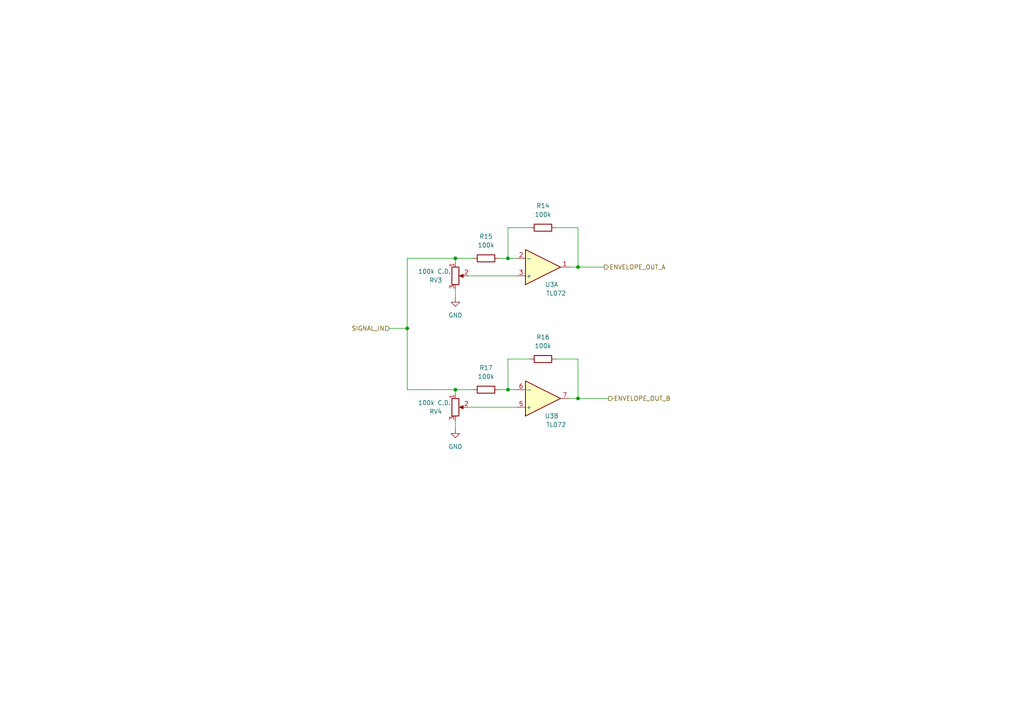
<source format=kicad_sch>
(kicad_sch (version 20211123) (generator eeschema)
  (paper "A4")
  (title_block (title "M.S.M. Stereo Lowpass Filter Pedal") (date "2022-05-22") (rev "0") (comment 2 "creativecommons.org/licenses/by/4.0") (comment 3 "License: CC by 4.0") (comment 4 "Author: Jordan Aceto"))
  (lib_symbols
    (symbol "Amplifier_Operational:TL072" (pin_names (offset 0.127))
      (property "Reference" "U" (at 0 5.08 0))
      (property "Value" "TL072" (at 0 -5.08 0))
      (symbol "TL072_1_1"
        (polyline (pts (xy -5.08 5.08) (xy 5.08 0) (xy -5.08 -5.08) (xy -5.08 5.08)) (stroke (width 0.254)) (fill (type background)))
        (pin output line (at 7.62 0 180) (length 2.54) (name "~") (number "1"))
        (pin input line (at -7.62 -2.54 0) (length 2.54) (name "-") (number "2"))
        (pin input line (at -7.62 2.54 0) (length 2.54) (name "+") (number "3"))
      )
      (symbol "TL072_2_1"
        (polyline (pts (xy -5.08 5.08) (xy 5.08 0) (xy -5.08 -5.08) (xy -5.08 5.08)) (stroke (width 0.254)) (fill (type background)))
        (pin input line (at -7.62 2.54 0) (length 2.54) (name "+") (number "5"))
        (pin input line (at -7.62 -2.54 0) (length 2.54) (name "-") (number "6"))
        (pin output line (at 7.62 0 180) (length 2.54) (name "~") (number "7"))
      )
      (symbol "TL072_3_1"
        (pin power_in line (at -2.54 -7.62 90) (length 3.81) (name "V-") (number "4"))
        (pin power_in line (at -2.54 7.62 270) (length 3.81) (name "V+") (number "8"))
      )
    )
    (symbol "Device:R" (pin_numbers hide) (pin_names (offset 0))
      (property "Reference" "R" (at 2.032 0 90))
      (property "Value" "R" (at 0 0 90))
      (symbol "R_0_1"
        (rectangle (start -1.016 -2.54) (end 1.016 2.54) (stroke (width 0.254)))
      )
      (symbol "R_1_1"
        (pin passive line (at 0 3.81 270) (length 1.27) (name "~") (number "1"))
        (pin passive line (at 0 -3.81 90) (length 1.27) (name "~") (number "2"))
      )
    )
    (symbol "Device:R_Potentiometer" (pin_names (offset 1.016) hide)
      (property "Reference" "RV" (at -4.445 0 90))
      (property "Value" "R_Potentiometer" (at -2.54 0 90))
      (symbol "R_Potentiometer_0_1"
        (polyline (pts (xy 2.54 0) (xy 1.524 0)))
        (polyline (pts (xy 1.143 0) (xy 2.286 0.508) (xy 2.286 -0.508) (xy 1.143 0)) (fill (type outline)))
        (rectangle (start 1.016 2.54) (end -1.016 -2.54) (stroke (width 0.254)))
      )
      (symbol "R_Potentiometer_1_1"
        (pin passive line (at 0 3.81 270) (length 1.27) (name "1") (number "1"))
        (pin passive line (at 3.81 0 180) (length 1.27) (name "2") (number "2"))
        (pin passive line (at 0 -3.81 90) (length 1.27) (name "3") (number "3"))
      )
    )
    (symbol "power:GND" (power) (pin_names (offset 0))
      (property "Value" "GND" (at 0 -3.81 0))
      (symbol "GND_0_1"
        (polyline (pts (xy 0 0) (xy 0 -1.27) (xy 1.27 -1.27) (xy 0 -2.54) (xy -1.27 -1.27) (xy 0 -1.27)))
      )
      (symbol "GND_1_1"
        (pin power_in line (at 0 0 270) (length 0) hide (name "GND") (number "1"))
      )
    )
  )
  (junction (at 147.32 113.03))
  (junction (at 118.11 95.25))
  (junction (at 147.32 74.93))
  (junction (at 132.08 74.93))
  (junction (at 167.64 77.47))
  (junction (at 132.08 113.03))
  (junction (at 167.64 115.57))
  (wire (pts (xy 147.32 113.03) (xy 149.86 113.03)))
  (wire (pts (xy 132.08 74.93) (xy 137.16 74.93)))
  (wire (pts (xy 147.32 104.14) (xy 153.67 104.14)))
  (wire (pts (xy 132.08 124.46) (xy 132.08 121.92)))
  (wire (pts (xy 147.32 113.03) (xy 147.32 104.14)))
  (wire (pts (xy 132.08 113.03) (xy 137.16 113.03)))
  (wire (pts (xy 144.78 113.03) (xy 147.32 113.03)))
  (wire (pts (xy 147.32 66.04) (xy 153.67 66.04)))
  (wire (pts (xy 118.11 74.93) (xy 118.11 95.25)))
  (wire (pts (xy 165.1 115.57) (xy 167.64 115.57)))
  (wire (pts (xy 167.64 77.47) (xy 167.64 66.04)))
  (wire (pts (xy 118.11 95.25) (xy 118.11 113.03)))
  (wire (pts (xy 167.64 77.47) (xy 175.26 77.47)))
  (wire (pts (xy 144.78 74.93) (xy 147.32 74.93)))
  (wire (pts (xy 135.89 118.11) (xy 149.86 118.11)))
  (wire (pts (xy 118.11 113.03) (xy 132.08 113.03)))
  (wire (pts (xy 132.08 86.36) (xy 132.08 83.82)))
  (wire (pts (xy 147.32 74.93) (xy 149.86 74.93)))
  (wire (pts (xy 113.03 95.25) (xy 118.11 95.25)))
  (wire (pts (xy 167.64 115.57) (xy 176.53 115.57)))
  (wire (pts (xy 165.1 77.47) (xy 167.64 77.47)))
  (wire (pts (xy 132.08 114.3) (xy 132.08 113.03)))
  (wire (pts (xy 135.89 80.01) (xy 149.86 80.01)))
  (wire (pts (xy 167.64 66.04) (xy 161.29 66.04)))
  (wire (pts (xy 132.08 74.93) (xy 118.11 74.93)))
  (wire (pts (xy 132.08 76.2) (xy 132.08 74.93)))
  (wire (pts (xy 147.32 74.93) (xy 147.32 66.04)))
  (wire (pts (xy 167.64 104.14) (xy 161.29 104.14)))
  (wire (pts (xy 167.64 115.57) (xy 167.64 104.14)))
  (hierarchical_label "ENVELOPE_OUT_B" (shape output) (at 176.53 115.57 0))
  (hierarchical_label "SIGNAL_IN" (shape input) (at 113.03 95.25 180))
  (hierarchical_label "ENVELOPE_OUT_A" (shape output) (at 175.26 77.47 0))
  (symbol (lib_id "Device:R") (at 140.97 74.93 90) (unit 1)
    (property "Reference" "R15" (at 140.97 68.58 90))
    (property "Value" "100k" (at 140.97 71.12 90))
    (property "Footprint" "Resistor_SMD:R_0805_2012Metric" (effects hide))
  )
  (symbol (lib_id "Device:R_Potentiometer") (at 132.08 118.11 0) (unit 1)
    (property "Reference" "RV4" (at 128.27 119.38 0) (effects (justify right)))
    (property "Value" "100k C.D." (at 130.81 116.84 0) (effects (justify right)))
    (property "Footprint" "Potentiometer_THT:Potentiometer_Alpha_RD901F-40-00D_Single_Vertical" (effects hide))
  )
  (symbol (lib_id "Device:R") (at 140.97 113.03 90) (unit 1)
    (property "Reference" "R17" (at 140.97 106.68 90))
    (property "Value" "100k" (at 140.97 109.22 90))
    (property "Footprint" "Resistor_SMD:R_0805_2012Metric" (effects hide))
  )
  (symbol (lib_id "Amplifier_Operational:TL072") (at 157.48 77.47 0) (mirror x) (unit 1)
    (property "Reference" "U3" (at 160.02 82.55 0))
    (property "Value" "TL072" (at 161.29 85.09 0))
    (property "Footprint" "Package_SO:SOIC-8_3.9x4.9mm_P1.27mm" (effects hide))
    (property "Datasheet" "http://www.ti.com/lit/ds/symlink/tl071.pdf" (effects hide))
  )
  (symbol (lib_id "Device:R") (at 157.48 104.14 90) (unit 1)
    (property "Reference" "R16" (at 157.48 97.79 90))
    (property "Value" "100k" (at 157.48 100.33 90))
    (property "Footprint" "Resistor_SMD:R_0805_2012Metric" (effects hide))
  )
  (symbol (lib_id "power:GND") (at 132.08 86.36 0) (unit 1)
    (property "Reference" "#PWR016" (effects hide))
    (property "Value" "GND" (at 132.08 91.44 0))
  )
  (symbol (lib_id "Device:R") (at 157.48 66.04 90) (unit 1)
    (property "Reference" "R14" (at 157.48 59.69 90))
    (property "Value" "100k" (at 157.48 62.23 90))
    (property "Footprint" "Resistor_SMD:R_0805_2012Metric" (effects hide))
  )
  (symbol (lib_id "power:GND") (at 132.08 124.46 0) (unit 1)
    (property "Reference" "#PWR017" (effects hide))
    (property "Value" "GND" (at 132.08 129.54 0))
  )
  (symbol (lib_id "Device:R_Potentiometer") (at 132.08 80.01 0) (unit 1)
    (property "Reference" "RV3" (at 128.27 81.28 0) (effects (justify right)))
    (property "Value" "100k C.D." (at 130.81 78.74 0) (effects (justify right)))
    (property "Footprint" "Potentiometer_THT:Potentiometer_Alpha_RD901F-40-00D_Single_Vertical" (effects hide))
  )
  (symbol (lib_id "Amplifier_Operational:TL072") (at 157.48 115.57 0) (mirror x) (unit 2)
    (property "Reference" "U3" (at 160.02 120.65 0))
    (property "Value" "TL072" (at 161.29 123.19 0))
    (property "Footprint" "Package_SO:SOIC-8_3.9x4.9mm_P1.27mm" (effects hide))
    (property "Datasheet" "http://www.ti.com/lit/ds/symlink/tl071.pdf" (effects hide))
  )
)
</source>
